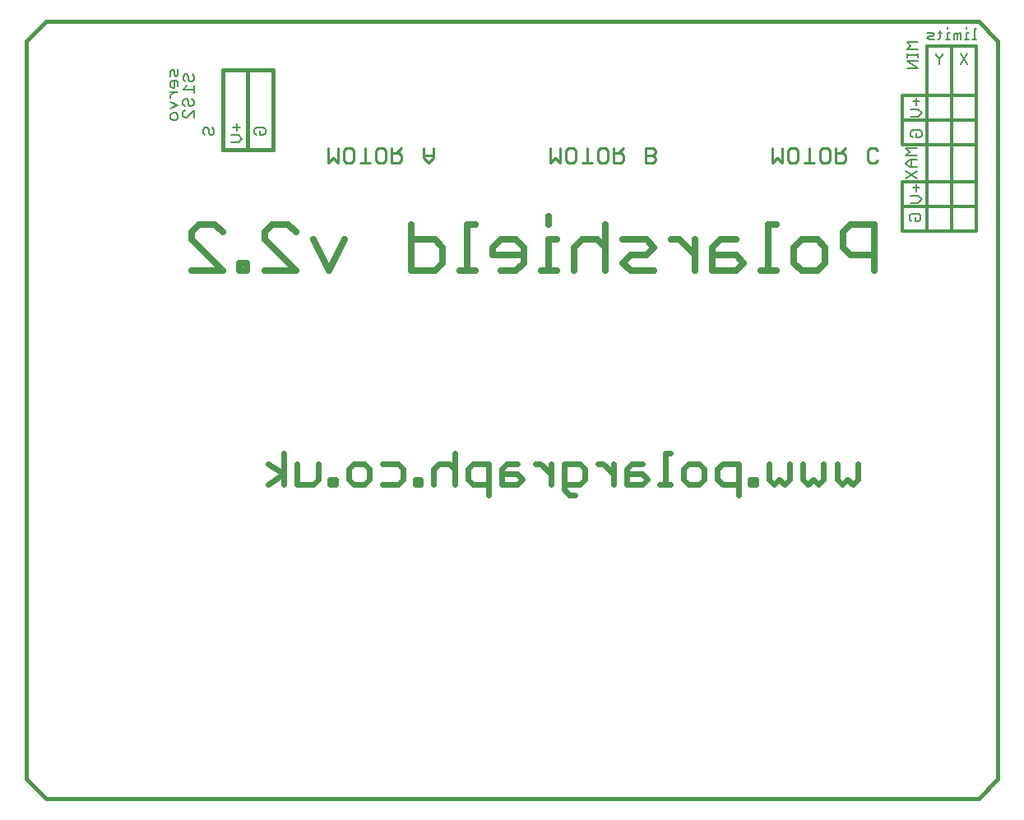
<source format=gbo>
G75*
%MOIN*%
%OFA0B0*%
%FSLAX25Y25*%
%IPPOS*%
%LPD*%
%AMOC8*
5,1,8,0,0,1.08239X$1,22.5*
%
%ADD10C,0.01600*%
%ADD11C,0.02600*%
%ADD12C,0.02300*%
%ADD13C,0.00600*%
%ADD14C,0.01000*%
%ADD15C,0.01200*%
D10*
X0015300Y0009674D02*
X0023174Y0001800D01*
X0401127Y0001800D01*
X0409001Y0009674D01*
X0409001Y0308887D01*
X0401127Y0316761D01*
X0023174Y0316761D01*
X0015300Y0308887D01*
X0015300Y0308800D02*
X0015300Y0009800D01*
X0095064Y0264717D02*
X0095064Y0297245D01*
X0104906Y0297245D01*
X0115355Y0297245D01*
X0115355Y0264717D01*
X0104906Y0264717D01*
X0095064Y0264717D01*
X0104906Y0264717D02*
X0104906Y0297245D01*
D11*
X0115089Y0234563D02*
X0121395Y0234563D01*
X0124548Y0231411D01*
X0131734Y0228258D02*
X0138039Y0215647D01*
X0144344Y0228258D01*
X0124548Y0215647D02*
X0111937Y0228258D01*
X0111937Y0231411D01*
X0115089Y0234563D01*
X0104751Y0218800D02*
X0101598Y0218800D01*
X0101598Y0215647D01*
X0104751Y0215647D01*
X0104751Y0218800D01*
X0111937Y0215647D02*
X0124548Y0215647D01*
X0094852Y0215647D02*
X0082241Y0228258D01*
X0082241Y0231411D01*
X0085394Y0234563D01*
X0091699Y0234563D01*
X0094852Y0231411D01*
X0094852Y0215647D02*
X0082241Y0215647D01*
X0171328Y0215647D02*
X0180786Y0215647D01*
X0183938Y0218800D01*
X0183938Y0225105D01*
X0180786Y0228258D01*
X0171328Y0228258D01*
X0171328Y0234563D02*
X0171328Y0215647D01*
X0190831Y0215647D02*
X0197136Y0215647D01*
X0193984Y0215647D02*
X0193984Y0234563D01*
X0197136Y0234563D01*
X0204322Y0225105D02*
X0207475Y0228258D01*
X0213780Y0228258D01*
X0216933Y0225105D01*
X0216933Y0218800D01*
X0213780Y0215647D01*
X0207475Y0215647D01*
X0204322Y0221953D02*
X0216933Y0221953D01*
X0223826Y0215647D02*
X0230131Y0215647D01*
X0226978Y0215647D02*
X0226978Y0228258D01*
X0230131Y0228258D01*
X0237317Y0225105D02*
X0237317Y0215647D01*
X0237317Y0225105D02*
X0240470Y0228258D01*
X0246775Y0228258D01*
X0249928Y0225105D01*
X0257114Y0228258D02*
X0266572Y0228258D01*
X0269725Y0225105D01*
X0266572Y0221953D01*
X0260267Y0221953D01*
X0257114Y0218800D01*
X0260267Y0215647D01*
X0269725Y0215647D01*
X0276764Y0228258D02*
X0279917Y0228258D01*
X0286222Y0221953D01*
X0286222Y0228258D02*
X0286222Y0215647D01*
X0293408Y0215647D02*
X0302867Y0215647D01*
X0306019Y0218800D01*
X0302867Y0221953D01*
X0293408Y0221953D01*
X0293408Y0225105D02*
X0293408Y0215647D01*
X0293408Y0225105D02*
X0296561Y0228258D01*
X0302867Y0228258D01*
X0316065Y0234563D02*
X0316065Y0215647D01*
X0319217Y0215647D02*
X0312912Y0215647D01*
X0326403Y0218800D02*
X0326403Y0225105D01*
X0329556Y0228258D01*
X0335861Y0228258D01*
X0339014Y0225105D01*
X0339014Y0218800D01*
X0335861Y0215647D01*
X0329556Y0215647D01*
X0326403Y0218800D01*
X0319217Y0234563D02*
X0316065Y0234563D01*
X0346200Y0231411D02*
X0346200Y0225105D01*
X0349353Y0221953D01*
X0358811Y0221953D01*
X0358811Y0215647D02*
X0358811Y0234563D01*
X0349353Y0234563D01*
X0346200Y0231411D01*
X0249928Y0234563D02*
X0249928Y0215647D01*
X0226978Y0234563D02*
X0226978Y0237716D01*
X0204322Y0225105D02*
X0204322Y0221953D01*
D12*
X0188821Y0141803D02*
X0188821Y0129092D01*
X0194159Y0131210D02*
X0196277Y0129092D01*
X0202632Y0129092D01*
X0202632Y0124855D02*
X0202632Y0137566D01*
X0196277Y0137566D01*
X0194159Y0135447D01*
X0194159Y0131210D01*
X0188821Y0135447D02*
X0186702Y0137566D01*
X0182465Y0137566D01*
X0180347Y0135447D01*
X0180347Y0129092D01*
X0175009Y0129092D02*
X0172890Y0129092D01*
X0172890Y0131210D01*
X0175009Y0131210D01*
X0175009Y0129092D01*
X0168103Y0131210D02*
X0165984Y0129092D01*
X0159629Y0129092D01*
X0154291Y0131210D02*
X0152173Y0129092D01*
X0147936Y0129092D01*
X0145817Y0131210D01*
X0145817Y0135447D01*
X0147936Y0137566D01*
X0152173Y0137566D01*
X0154291Y0135447D01*
X0154291Y0131210D01*
X0159629Y0137566D02*
X0165984Y0137566D01*
X0168103Y0135447D01*
X0168103Y0131210D01*
X0140479Y0131210D02*
X0140479Y0129092D01*
X0138361Y0129092D01*
X0138361Y0131210D01*
X0140479Y0131210D01*
X0133573Y0131210D02*
X0131455Y0129092D01*
X0125100Y0129092D01*
X0125100Y0137566D01*
X0119762Y0141803D02*
X0119762Y0129092D01*
X0119762Y0133329D02*
X0113406Y0137566D01*
X0119762Y0133329D02*
X0113406Y0129092D01*
X0133573Y0131210D02*
X0133573Y0137566D01*
X0207970Y0135447D02*
X0207970Y0129092D01*
X0214326Y0129092D01*
X0216444Y0131210D01*
X0214326Y0133329D01*
X0207970Y0133329D01*
X0207970Y0135447D02*
X0210089Y0137566D01*
X0214326Y0137566D01*
X0221599Y0137566D02*
X0223717Y0137566D01*
X0227954Y0133329D01*
X0227954Y0129092D02*
X0227954Y0137566D01*
X0233292Y0137566D02*
X0239647Y0137566D01*
X0241766Y0135447D01*
X0241766Y0131210D01*
X0239647Y0129092D01*
X0233292Y0129092D01*
X0233292Y0126973D02*
X0233292Y0137566D01*
X0233292Y0126973D02*
X0235410Y0124855D01*
X0237529Y0124855D01*
X0246920Y0137566D02*
X0249039Y0137566D01*
X0253276Y0133329D01*
X0253276Y0129092D02*
X0253276Y0137566D01*
X0258614Y0135447D02*
X0258614Y0129092D01*
X0264969Y0129092D01*
X0267087Y0131210D01*
X0264969Y0133329D01*
X0258614Y0133329D01*
X0258614Y0135447D02*
X0260732Y0137566D01*
X0264969Y0137566D01*
X0274177Y0141803D02*
X0274177Y0129092D01*
X0276295Y0129092D02*
X0272058Y0129092D01*
X0281633Y0131210D02*
X0281633Y0135447D01*
X0283752Y0137566D01*
X0287989Y0137566D01*
X0290107Y0135447D01*
X0290107Y0131210D01*
X0287989Y0129092D01*
X0283752Y0129092D01*
X0281633Y0131210D01*
X0276295Y0141803D02*
X0274177Y0141803D01*
X0295445Y0135447D02*
X0295445Y0131210D01*
X0297564Y0129092D01*
X0303919Y0129092D01*
X0303919Y0124855D02*
X0303919Y0137566D01*
X0297564Y0137566D01*
X0295445Y0135447D01*
X0308706Y0131210D02*
X0308706Y0129092D01*
X0310825Y0129092D01*
X0310825Y0131210D01*
X0308706Y0131210D01*
X0316163Y0131210D02*
X0316163Y0137566D01*
X0316163Y0131210D02*
X0318281Y0129092D01*
X0320400Y0131210D01*
X0322518Y0129092D01*
X0324637Y0131210D01*
X0324637Y0137566D01*
X0329975Y0137566D02*
X0329975Y0131210D01*
X0332093Y0129092D01*
X0334211Y0131210D01*
X0336330Y0129092D01*
X0338448Y0131210D01*
X0338448Y0137566D01*
X0343786Y0137566D02*
X0343786Y0131210D01*
X0345905Y0129092D01*
X0348023Y0131210D01*
X0350142Y0129092D01*
X0352260Y0131210D01*
X0352260Y0137566D01*
D13*
X0373984Y0235840D02*
X0373250Y0236574D01*
X0373250Y0238042D01*
X0373984Y0238776D01*
X0376920Y0238776D01*
X0377654Y0238042D01*
X0377654Y0236574D01*
X0376920Y0235840D01*
X0375452Y0235840D01*
X0375452Y0237308D01*
X0376686Y0243236D02*
X0373750Y0243236D01*
X0376686Y0243236D02*
X0378154Y0244704D01*
X0376686Y0246172D01*
X0373750Y0246172D01*
X0375952Y0247840D02*
X0375952Y0250776D01*
X0374484Y0249308D02*
X0377420Y0249308D01*
X0376154Y0253132D02*
X0371750Y0256068D01*
X0373218Y0257736D02*
X0376154Y0257736D01*
X0376154Y0256068D02*
X0371750Y0253132D01*
X0373218Y0257736D02*
X0371750Y0259204D01*
X0373218Y0260672D01*
X0376154Y0260672D01*
X0376154Y0262340D02*
X0371750Y0262340D01*
X0373218Y0263808D01*
X0371750Y0265276D01*
X0376154Y0265276D01*
X0375952Y0269840D02*
X0375952Y0271308D01*
X0375952Y0269840D02*
X0377420Y0269840D01*
X0378154Y0270574D01*
X0378154Y0272042D01*
X0377420Y0272776D01*
X0374484Y0272776D01*
X0373750Y0272042D01*
X0373750Y0270574D01*
X0374484Y0269840D01*
X0373750Y0278236D02*
X0376686Y0278236D01*
X0378154Y0279704D01*
X0376686Y0281172D01*
X0373750Y0281172D01*
X0375952Y0282840D02*
X0375952Y0285776D01*
X0374484Y0284308D02*
X0377420Y0284308D01*
X0376654Y0297667D02*
X0372250Y0297667D01*
X0372250Y0300602D02*
X0376654Y0297667D01*
X0376654Y0300602D02*
X0372250Y0300602D01*
X0372250Y0302204D02*
X0372250Y0303672D01*
X0372250Y0302938D02*
X0376654Y0302938D01*
X0376654Y0303672D02*
X0376654Y0302204D01*
X0376654Y0305340D02*
X0372250Y0305340D01*
X0373718Y0306808D01*
X0372250Y0308276D01*
X0376654Y0308276D01*
X0380408Y0309988D02*
X0381141Y0310721D01*
X0382609Y0310721D01*
X0383343Y0311455D01*
X0382609Y0312189D01*
X0380408Y0312189D01*
X0380408Y0309988D02*
X0381141Y0309254D01*
X0383343Y0309254D01*
X0384945Y0309254D02*
X0385679Y0309988D01*
X0385679Y0312923D01*
X0386413Y0312189D02*
X0384945Y0312189D01*
X0388748Y0312189D02*
X0388748Y0309254D01*
X0389482Y0309254D02*
X0388014Y0309254D01*
X0388748Y0312189D02*
X0389482Y0312189D01*
X0388748Y0313657D02*
X0388748Y0314391D01*
X0391150Y0311455D02*
X0391150Y0309254D01*
X0392618Y0309254D02*
X0392618Y0311455D01*
X0391884Y0312189D01*
X0391150Y0311455D01*
X0392618Y0311455D02*
X0393352Y0312189D01*
X0394086Y0312189D01*
X0394086Y0309254D01*
X0395687Y0309254D02*
X0397155Y0309254D01*
X0396421Y0309254D02*
X0396421Y0312189D01*
X0397155Y0312189D01*
X0396421Y0313657D02*
X0396421Y0314391D01*
X0399490Y0313657D02*
X0399490Y0309254D01*
X0400224Y0309254D02*
X0398756Y0309254D01*
X0396776Y0303850D02*
X0393840Y0299446D01*
X0396776Y0299446D02*
X0393840Y0303850D01*
X0386776Y0303850D02*
X0386776Y0303116D01*
X0385308Y0301648D01*
X0385308Y0299446D01*
X0385308Y0301648D02*
X0383840Y0303116D01*
X0383840Y0303850D01*
X0399490Y0313657D02*
X0400224Y0313657D01*
X0373952Y0260672D02*
X0373952Y0257736D01*
X0112154Y0271574D02*
X0111420Y0270840D01*
X0109952Y0270840D01*
X0109952Y0272308D01*
X0111420Y0273776D02*
X0112154Y0273042D01*
X0112154Y0271574D01*
X0111420Y0273776D02*
X0108484Y0273776D01*
X0107750Y0273042D01*
X0107750Y0271574D01*
X0108484Y0270840D01*
X0102654Y0269204D02*
X0101186Y0267736D01*
X0098250Y0267736D01*
X0098250Y0270672D02*
X0101186Y0270672D01*
X0102654Y0269204D01*
X0100452Y0272340D02*
X0100452Y0275276D01*
X0098984Y0273808D02*
X0101920Y0273808D01*
X0091390Y0272908D02*
X0090656Y0273642D01*
X0091390Y0272908D02*
X0091390Y0271440D01*
X0090656Y0270706D01*
X0089922Y0270706D01*
X0089188Y0271440D01*
X0089188Y0272908D01*
X0088454Y0273642D01*
X0087720Y0273642D01*
X0086986Y0272908D01*
X0086986Y0271440D01*
X0087720Y0270706D01*
X0083154Y0277736D02*
X0083154Y0280672D01*
X0080218Y0277736D01*
X0079484Y0277736D01*
X0078750Y0278470D01*
X0078750Y0279938D01*
X0079484Y0280672D01*
X0079484Y0282340D02*
X0078750Y0283074D01*
X0078750Y0284542D01*
X0079484Y0285276D01*
X0080218Y0285276D01*
X0080952Y0284542D01*
X0080952Y0283074D01*
X0081686Y0282340D01*
X0082420Y0282340D01*
X0083154Y0283074D01*
X0083154Y0284542D01*
X0082420Y0285276D01*
X0083205Y0287736D02*
X0083205Y0290672D01*
X0083205Y0289204D02*
X0078801Y0289204D01*
X0080269Y0290672D01*
X0079535Y0292340D02*
X0078801Y0293074D01*
X0078801Y0294542D01*
X0079535Y0295276D01*
X0080269Y0295276D01*
X0081003Y0294542D01*
X0081003Y0293074D01*
X0081737Y0292340D01*
X0082471Y0292340D01*
X0083205Y0293074D01*
X0083205Y0294542D01*
X0082471Y0295276D01*
X0076654Y0295074D02*
X0076654Y0297276D01*
X0075186Y0296542D02*
X0074452Y0297276D01*
X0073718Y0296542D01*
X0073718Y0294340D01*
X0075186Y0295074D02*
X0075186Y0296542D01*
X0075186Y0295074D02*
X0075920Y0294340D01*
X0076654Y0295074D01*
X0075920Y0292672D02*
X0074452Y0292672D01*
X0073718Y0291938D01*
X0073718Y0290470D01*
X0074452Y0289736D01*
X0075186Y0289736D01*
X0075186Y0292672D01*
X0075920Y0292672D02*
X0076654Y0291938D01*
X0076654Y0290470D01*
X0076654Y0288068D02*
X0073718Y0288068D01*
X0075186Y0288068D02*
X0073718Y0286600D01*
X0073718Y0285866D01*
X0073718Y0284231D02*
X0076654Y0282763D01*
X0073718Y0281295D01*
X0074452Y0279627D02*
X0075920Y0279627D01*
X0076654Y0278893D01*
X0076654Y0277425D01*
X0075920Y0276691D01*
X0074452Y0276691D01*
X0073718Y0277425D01*
X0073718Y0278893D01*
X0074452Y0279627D01*
D14*
X0137595Y0265528D02*
X0137595Y0259523D01*
X0139597Y0261525D01*
X0141599Y0259523D01*
X0141599Y0265528D01*
X0144041Y0264527D02*
X0145042Y0265528D01*
X0147043Y0265528D01*
X0148044Y0264527D01*
X0148044Y0260524D01*
X0147043Y0259523D01*
X0145042Y0259523D01*
X0144041Y0260524D01*
X0144041Y0264527D01*
X0150486Y0259523D02*
X0154490Y0259523D01*
X0152488Y0259523D02*
X0152488Y0265528D01*
X0156932Y0264527D02*
X0157933Y0265528D01*
X0159934Y0265528D01*
X0160935Y0264527D01*
X0160935Y0260524D01*
X0159934Y0259523D01*
X0157933Y0259523D01*
X0156932Y0260524D01*
X0156932Y0264527D01*
X0163377Y0263527D02*
X0166380Y0263527D01*
X0167381Y0262526D01*
X0167381Y0260524D01*
X0166380Y0259523D01*
X0163377Y0259523D01*
X0163377Y0265528D01*
X0165379Y0263527D02*
X0167381Y0265528D01*
X0176268Y0265528D02*
X0176268Y0261525D01*
X0178270Y0259523D01*
X0180272Y0261525D01*
X0180272Y0265528D01*
X0180272Y0262526D02*
X0176268Y0262526D01*
X0227595Y0265528D02*
X0227595Y0259523D01*
X0229597Y0261525D01*
X0231599Y0259523D01*
X0231599Y0265528D01*
X0234041Y0264527D02*
X0235042Y0265528D01*
X0237043Y0265528D01*
X0238044Y0264527D01*
X0238044Y0260524D01*
X0237043Y0259523D01*
X0235042Y0259523D01*
X0234041Y0260524D01*
X0234041Y0264527D01*
X0240486Y0259523D02*
X0244490Y0259523D01*
X0242488Y0259523D02*
X0242488Y0265528D01*
X0246932Y0264527D02*
X0247933Y0265528D01*
X0249934Y0265528D01*
X0250935Y0264527D01*
X0250935Y0260524D01*
X0249934Y0259523D01*
X0247933Y0259523D01*
X0246932Y0260524D01*
X0246932Y0264527D01*
X0253377Y0263527D02*
X0256380Y0263527D01*
X0257381Y0262526D01*
X0257381Y0260524D01*
X0256380Y0259523D01*
X0253377Y0259523D01*
X0253377Y0265528D01*
X0255379Y0263527D02*
X0257381Y0265528D01*
X0266268Y0265528D02*
X0266268Y0259523D01*
X0269271Y0259523D01*
X0270272Y0260524D01*
X0270272Y0261525D01*
X0269271Y0262526D01*
X0266268Y0262526D01*
X0266268Y0265528D02*
X0269271Y0265528D01*
X0270272Y0264527D01*
X0270272Y0263527D01*
X0269271Y0262526D01*
X0317595Y0265528D02*
X0317595Y0259523D01*
X0319597Y0261525D01*
X0321599Y0259523D01*
X0321599Y0265528D01*
X0324041Y0264527D02*
X0325042Y0265528D01*
X0327043Y0265528D01*
X0328044Y0264527D01*
X0328044Y0260524D01*
X0327043Y0259523D01*
X0325042Y0259523D01*
X0324041Y0260524D01*
X0324041Y0264527D01*
X0330486Y0259523D02*
X0334490Y0259523D01*
X0332488Y0259523D02*
X0332488Y0265528D01*
X0336932Y0264527D02*
X0337933Y0265528D01*
X0339934Y0265528D01*
X0340935Y0264527D01*
X0340935Y0260524D01*
X0339934Y0259523D01*
X0337933Y0259523D01*
X0336932Y0260524D01*
X0336932Y0264527D01*
X0343377Y0263527D02*
X0346380Y0263527D01*
X0347381Y0262526D01*
X0347381Y0260524D01*
X0346380Y0259523D01*
X0343377Y0259523D01*
X0343377Y0265528D01*
X0345379Y0263527D02*
X0347381Y0265528D01*
X0356268Y0264527D02*
X0356268Y0260524D01*
X0357269Y0259523D01*
X0359271Y0259523D01*
X0360272Y0260524D01*
X0360272Y0264527D02*
X0359271Y0265528D01*
X0357269Y0265528D01*
X0356268Y0264527D01*
D15*
X0370300Y0266800D02*
X0370300Y0276800D01*
X0370300Y0286800D01*
X0400300Y0286800D01*
X0400300Y0276800D01*
X0400300Y0266800D01*
X0370300Y0266800D01*
X0370300Y0276800D02*
X0400300Y0276800D01*
X0400300Y0251800D02*
X0370300Y0251800D01*
X0370300Y0241800D01*
X0370300Y0231800D01*
X0380300Y0231800D01*
X0380300Y0306800D01*
X0390300Y0306800D01*
X0400300Y0306800D01*
X0400300Y0251800D01*
X0400300Y0241800D01*
X0370300Y0241800D01*
X0380300Y0231800D02*
X0390300Y0231800D01*
X0400300Y0231800D01*
X0400300Y0241800D01*
X0390300Y0231800D02*
X0390300Y0306800D01*
M02*

</source>
